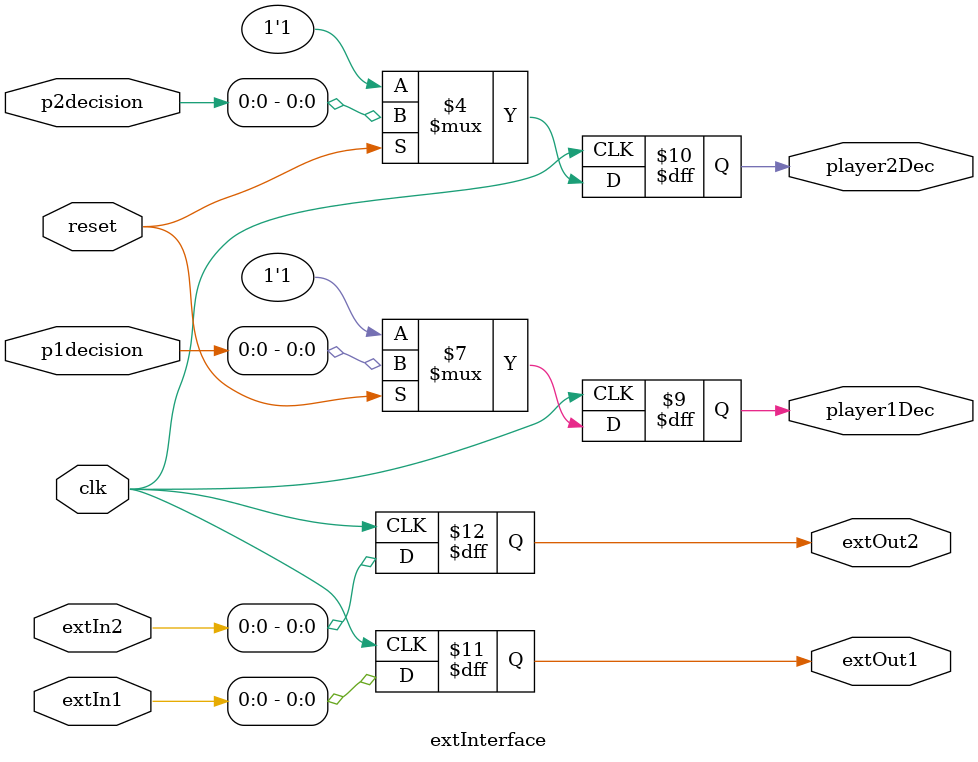
<source format=v>
`timescale 1ns / 1ps

module top_extInterface(clk, 
                    extIn1, 
                    extIn2, 
                    p1decision, 
                    p2decision, 
                    reset, 
                    extOut1, 
                    extOut2, 
                    player1Dec, 
                    player2Dec);

    input clk;
    input [3:0] extIn1;
    input [3:0] extIn2;
    input [3:0] p1decision;
    input [3:0] p2decision;
    input reset;
   output extOut1;
   output extOut2;
   output player1Dec;
   output player2Dec;
   extInterface instant_extInt(reset, clk, p1decision, p2decision, extIn1, extIn2, player1Dec, player2Dec, extOut1, extOut2);
   
endmodule

module extInterface(
    input reset, clk,
    input[3:0] p1decision, p2decision, extIn1, extIn2,
    output reg player1Dec, player2Dec, extOut1, extOut2
);
    localparam UNKNOWN = 4'b1111;
    always @(posedge clk) begin
        if (~reset) begin
            player1Dec <= UNKNOWN;
            player2Dec <= UNKNOWN;
        end
        else begin
            player1Dec <= p1decision;
            player2Dec <= p2decision;
        end
        extOut1 <= extIn1;
        extOut2 <= extIn2;
    end
endmodule
</source>
